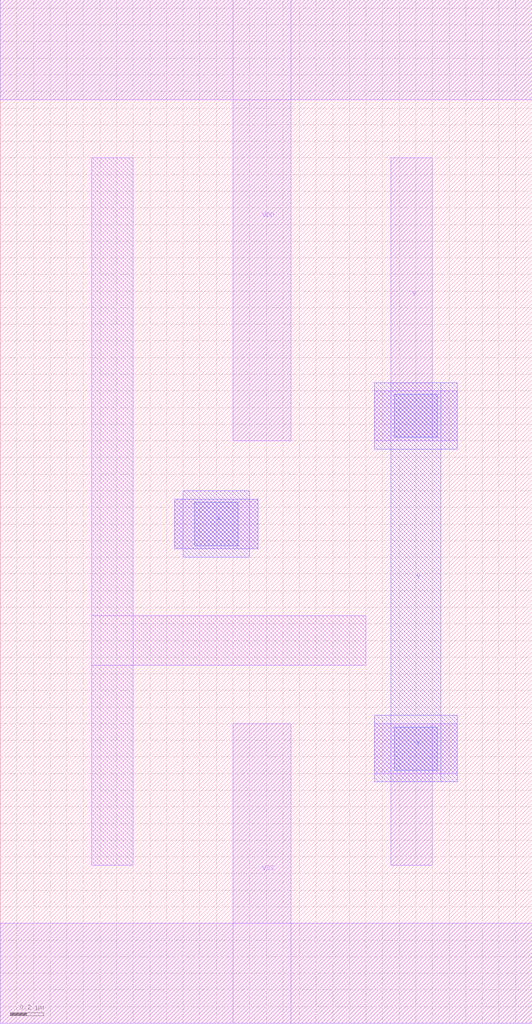
<source format=lef>
# Copyright 2022 Google LLC
# Licensed under the Apache License, Version 2.0 (the "License");
# you may not use this file except in compliance with the License.
# You may obtain a copy of the License at
#
#      http://www.apache.org/licenses/LICENSE-2.0
#
# Unless required by applicable law or agreed to in writing, software
# distributed under the License is distributed on an "AS IS" BASIS,
# WITHOUT WARRANTIES OR CONDITIONS OF ANY KIND, either express or implied.
# See the License for the specific language governing permissions and
# limitations under the License.
VERSION 5.7 ;
BUSBITCHARS "[]" ;
DIVIDERCHAR "/" ;

MACRO gf180mcu_osu_sc_gp9t3v3__clkbuf_1
  CLASS CORE ;
  ORIGIN 0 0 ;
  FOREIGN gf180mcu_osu_sc_gp9t3v3__clkbuf_1 0 0 ;
  SIZE 3.2 BY 6.15 ;
  SYMMETRY X Y ;
  SITE GF180_3p3_12t ;
  PIN VDD
    DIRECTION INOUT ;
    USE POWER ;
    SHAPE ABUTMENT ;
    PORT
      LAYER MET1 ;
        RECT 0 5.55 3.2 6.15 ;
        RECT 1.4 3.5 1.75 6.15 ;
    END
  END VDD
  PIN VSS
    DIRECTION INOUT ;
    USE GROUND ;
    PORT
      LAYER MET1 ;
        RECT 0 0 3.2 0.6 ;
        RECT 1.4 0 1.75 1.8 ;
    END
  END VSS
  PIN A
    DIRECTION INPUT ;
    USE SIGNAL ;
    PORT
      LAYER MET1 ;
        RECT 1.05 2.85 1.55 3.15 ;
      LAYER MET2 ;
        RECT 1.05 2.85 1.55 3.15 ;
        RECT 1.1 2.8 1.5 3.2 ;
      LAYER VIA12 ;
        RECT 1.17 2.87 1.43 3.13 ;
    END
  END A
  PIN Y
    DIRECTION OUTPUT ;
    USE SIGNAL ;
    PORT
      LAYER MET1 ;
        RECT 2.25 1.5 2.75 1.8 ;
        RECT 2.35 0.95 2.6 1.8 ;
        RECT 2.25 3.5 2.75 3.8 ;
        RECT 2.35 3.5 2.6 5.2 ;
      LAYER MET2 ;
        RECT 2.25 3.45 2.75 3.85 ;
        RECT 2.25 1.45 2.75 1.85 ;
        RECT 2.35 1.45 2.65 3.85 ;
      LAYER VIA12 ;
        RECT 2.37 3.52 2.63 3.78 ;
        RECT 2.37 1.52 2.63 1.78 ;
    END
  END Y
  OBS
    LAYER MET1 ;
      RECT 0.55 0.95 0.8 5.2 ;
      RECT 0.55 2.15 2.2 2.45 ;
  END
END gf180mcu_osu_sc_gp9t3v3__clkbuf_1

</source>
